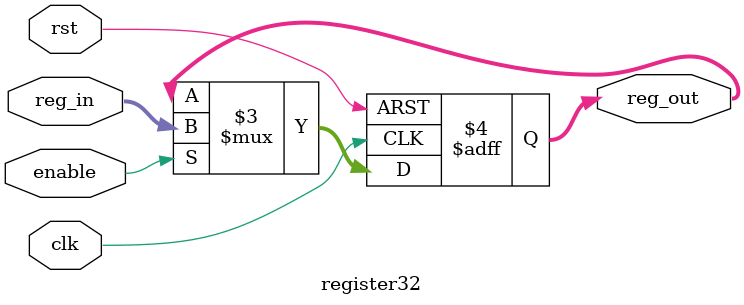
<source format=v>
module register32(
    input [31:0] reg_in,
    input enable,
    input clk, rst,
    output reg [31:0] reg_out
    );
    always @(posedge clk, posedge rst) begin
        if (rst == 1) reg_out = 0;
		  else reg_out = (enable)? reg_in : reg_out;   
    end

endmodule

</source>
